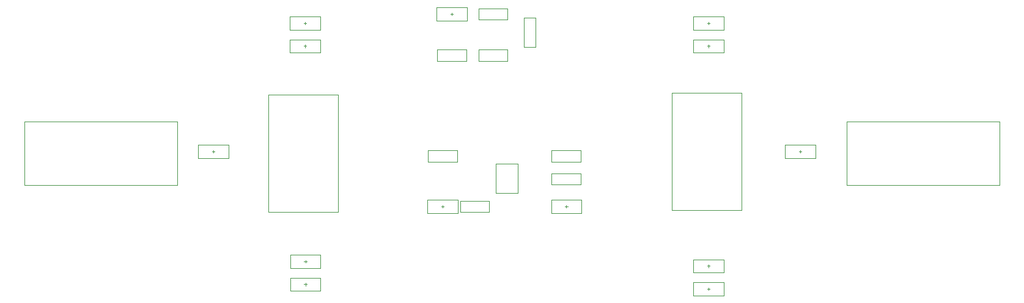
<source format=gbr>
G04 #@! TF.GenerationSoftware,KiCad,Pcbnew,(5.1.0)-1*
G04 #@! TF.CreationDate,2019-08-25T01:17:47+02:00*
G04 #@! TF.ProjectId,Filtre-de-resolution-MSA-200-Hz,46696c74-7265-42d6-9465-2d7265736f6c,1.0*
G04 #@! TF.SameCoordinates,Original*
G04 #@! TF.FileFunction,Other,User*
%FSLAX46Y46*%
G04 Gerber Fmt 4.6, Leading zero omitted, Abs format (unit mm)*
G04 Created by KiCad (PCBNEW (5.1.0)-1) date 2019-08-25 01:17:47*
%MOMM*%
%LPD*%
G04 APERTURE LIST*
%ADD10C,0.100000*%
%ADD11C,0.120000*%
%ADD12C,0.050000*%
G04 APERTURE END LIST*
D10*
X114800001Y-118375000D02*
X114800001Y-116575000D01*
X119000001Y-118375000D02*
X114800001Y-118375000D01*
X119000001Y-116575000D02*
X119000001Y-118375000D01*
X114800001Y-116575000D02*
X119000001Y-116575000D01*
X116709501Y-117475000D02*
X117090501Y-117475000D01*
X116900001Y-117284500D02*
X116900001Y-117665500D01*
X147155000Y-83725000D02*
X148755000Y-83725000D01*
X147155000Y-87725000D02*
X147155000Y-83725000D01*
X148755000Y-87725000D02*
X147155000Y-87725000D01*
X148755000Y-83725000D02*
X148755000Y-87725000D01*
D11*
X146304000Y-103968000D02*
X146304000Y-108032000D01*
X143256000Y-103968000D02*
X146304000Y-103968000D01*
X143256000Y-108032000D02*
X143256000Y-103968000D01*
X146304000Y-108032000D02*
X143256000Y-108032000D01*
D12*
X78000000Y-106900000D02*
X78000000Y-98100000D01*
X78000000Y-106900000D02*
X99160000Y-106900000D01*
X99160000Y-98100000D02*
X78000000Y-98100000D01*
X99160000Y-98100000D02*
X99160000Y-106900000D01*
X213000000Y-98100000D02*
X213000000Y-106900000D01*
X213000000Y-98100000D02*
X191840000Y-98100000D01*
X191840000Y-106900000D02*
X213000000Y-106900000D01*
X191840000Y-106900000D02*
X191840000Y-98100000D01*
D10*
X144875000Y-88100000D02*
X144875000Y-89700000D01*
X140875000Y-88100000D02*
X144875000Y-88100000D01*
X140875000Y-89700000D02*
X140875000Y-88100000D01*
X144875000Y-89700000D02*
X140875000Y-89700000D01*
X139160000Y-88100000D02*
X139160000Y-89700000D01*
X135160000Y-88100000D02*
X139160000Y-88100000D01*
X135160000Y-89700000D02*
X135160000Y-88100000D01*
X139160000Y-89700000D02*
X135160000Y-89700000D01*
X133890000Y-103670000D02*
X133890000Y-102070000D01*
X137890000Y-103670000D02*
X133890000Y-103670000D01*
X137890000Y-102070000D02*
X137890000Y-103670000D01*
X133890000Y-102070000D02*
X137890000Y-102070000D01*
X140875000Y-83985000D02*
X140875000Y-82385000D01*
X144875000Y-83985000D02*
X140875000Y-83985000D01*
X144875000Y-82385000D02*
X144875000Y-83985000D01*
X140875000Y-82385000D02*
X144875000Y-82385000D01*
X138335000Y-110655000D02*
X138335000Y-109055000D01*
X142335000Y-110655000D02*
X138335000Y-110655000D01*
X142335000Y-109055000D02*
X142335000Y-110655000D01*
X138335000Y-109055000D02*
X142335000Y-109055000D01*
X151000000Y-106845000D02*
X151000000Y-105245000D01*
X155000000Y-106845000D02*
X151000000Y-106845000D01*
X155000000Y-105245000D02*
X155000000Y-106845000D01*
X151000000Y-105245000D02*
X155000000Y-105245000D01*
X151000000Y-103670000D02*
X151000000Y-102070000D01*
X155000000Y-103670000D02*
X151000000Y-103670000D01*
X155000000Y-102070000D02*
X155000000Y-103670000D01*
X151000000Y-102070000D02*
X155000000Y-102070000D01*
D11*
X111760000Y-94372000D02*
X121412000Y-94372000D01*
X111760000Y-110628000D02*
X111760000Y-94372000D01*
X121412000Y-110628000D02*
X111760000Y-110628000D01*
X121412000Y-94372000D02*
X121412000Y-110628000D01*
D10*
X104140000Y-102044500D02*
X104140000Y-102425500D01*
X103949500Y-102235000D02*
X104330500Y-102235000D01*
X102040000Y-101335000D02*
X106240000Y-101335000D01*
X106240000Y-101335000D02*
X106240000Y-103135000D01*
X106240000Y-103135000D02*
X102040000Y-103135000D01*
X102040000Y-103135000D02*
X102040000Y-101335000D01*
X183320000Y-103135000D02*
X183320000Y-101335000D01*
X187520000Y-103135000D02*
X183320000Y-103135000D01*
X187520000Y-101335000D02*
X187520000Y-103135000D01*
X183320000Y-101335000D02*
X187520000Y-101335000D01*
X185229500Y-102235000D02*
X185610500Y-102235000D01*
X185420000Y-102044500D02*
X185420000Y-102425500D01*
X116840000Y-87439500D02*
X116840000Y-87820500D01*
X116649500Y-87630000D02*
X117030500Y-87630000D01*
X114740000Y-86730000D02*
X118940000Y-86730000D01*
X118940000Y-86730000D02*
X118940000Y-88530000D01*
X118940000Y-88530000D02*
X114740000Y-88530000D01*
X114740000Y-88530000D02*
X114740000Y-86730000D01*
X114740000Y-85355000D02*
X114740000Y-83555000D01*
X118940000Y-85355000D02*
X114740000Y-85355000D01*
X118940000Y-83555000D02*
X118940000Y-85355000D01*
X114740000Y-83555000D02*
X118940000Y-83555000D01*
X116649500Y-84455000D02*
X117030500Y-84455000D01*
X116840000Y-84264500D02*
X116840000Y-84645500D01*
X116900001Y-120459500D02*
X116900001Y-120840500D01*
X116709501Y-120650000D02*
X117090501Y-120650000D01*
X114800001Y-119750000D02*
X119000001Y-119750000D01*
X119000001Y-119750000D02*
X119000001Y-121550000D01*
X119000001Y-121550000D02*
X114800001Y-121550000D01*
X114800001Y-121550000D02*
X114800001Y-119750000D01*
X135060000Y-84085000D02*
X135060000Y-82285000D01*
X139260000Y-84085000D02*
X135060000Y-84085000D01*
X139260000Y-82285000D02*
X139260000Y-84085000D01*
X135060000Y-82285000D02*
X139260000Y-82285000D01*
X136969500Y-83185000D02*
X137350500Y-83185000D01*
X137160000Y-82994500D02*
X137160000Y-83375500D01*
X133790000Y-110755000D02*
X133790000Y-108955000D01*
X137990000Y-110755000D02*
X133790000Y-110755000D01*
X137990000Y-108955000D02*
X137990000Y-110755000D01*
X133790000Y-108955000D02*
X137990000Y-108955000D01*
X135699500Y-109855000D02*
X136080500Y-109855000D01*
X135890000Y-109664500D02*
X135890000Y-110045500D01*
X153035000Y-109664500D02*
X153035000Y-110045500D01*
X152844500Y-109855000D02*
X153225500Y-109855000D01*
X150935000Y-108955000D02*
X155135000Y-108955000D01*
X155135000Y-108955000D02*
X155135000Y-110755000D01*
X155135000Y-110755000D02*
X150935000Y-110755000D01*
X150935000Y-110755000D02*
X150935000Y-108955000D01*
X172720000Y-84264500D02*
X172720000Y-84645500D01*
X172529500Y-84455000D02*
X172910500Y-84455000D01*
X170620000Y-83555000D02*
X174820000Y-83555000D01*
X174820000Y-83555000D02*
X174820000Y-85355000D01*
X174820000Y-85355000D02*
X170620000Y-85355000D01*
X170620000Y-85355000D02*
X170620000Y-83555000D01*
X170620000Y-88530000D02*
X170620000Y-86730000D01*
X174820000Y-88530000D02*
X170620000Y-88530000D01*
X174820000Y-86730000D02*
X174820000Y-88530000D01*
X170620000Y-86730000D02*
X174820000Y-86730000D01*
X172529500Y-87630000D02*
X172910500Y-87630000D01*
X172720000Y-87439500D02*
X172720000Y-87820500D01*
X172720000Y-117919500D02*
X172720000Y-118300500D01*
X172529500Y-118110000D02*
X172910500Y-118110000D01*
X170620000Y-117210000D02*
X174820000Y-117210000D01*
X174820000Y-117210000D02*
X174820000Y-119010000D01*
X174820000Y-119010000D02*
X170620000Y-119010000D01*
X170620000Y-119010000D02*
X170620000Y-117210000D01*
X172720000Y-121094500D02*
X172720000Y-121475500D01*
X172529500Y-121285000D02*
X172910500Y-121285000D01*
X170620000Y-120385000D02*
X174820000Y-120385000D01*
X174820000Y-120385000D02*
X174820000Y-122185000D01*
X174820000Y-122185000D02*
X170620000Y-122185000D01*
X170620000Y-122185000D02*
X170620000Y-120385000D01*
D11*
X177292000Y-94107000D02*
X177292000Y-110363000D01*
X177292000Y-110363000D02*
X167640000Y-110363000D01*
X167640000Y-110363000D02*
X167640000Y-94107000D01*
X167640000Y-94107000D02*
X177292000Y-94107000D01*
M02*

</source>
